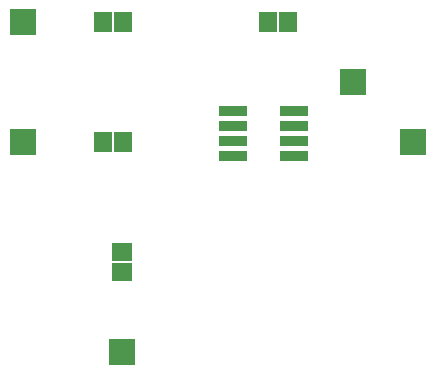
<source format=gts>
G75*
G70*
%OFA0B0*%
%FSLAX24Y24*%
%IPPOS*%
%LPD*%
%AMOC8*
5,1,8,0,0,1.08239X$1,22.5*
%
%ADD10R,0.0950X0.0320*%
%ADD11R,0.0592X0.0671*%
%ADD12R,0.0671X0.0592*%
%ADD13R,0.0867X0.0867*%
D10*
X011071Y010651D03*
X011071Y011151D03*
X011071Y011651D03*
X011071Y012151D03*
X013131Y012151D03*
X013131Y011651D03*
X013131Y011151D03*
X013131Y010651D03*
D11*
X012935Y015101D03*
X012266Y015101D03*
X007435Y015101D03*
X006766Y015101D03*
X006766Y011101D03*
X007435Y011101D03*
D12*
X007401Y007435D03*
X007401Y006766D03*
D13*
X007401Y004101D03*
X004101Y011101D03*
X004101Y015101D03*
X015101Y013101D03*
X017101Y011101D03*
M02*

</source>
